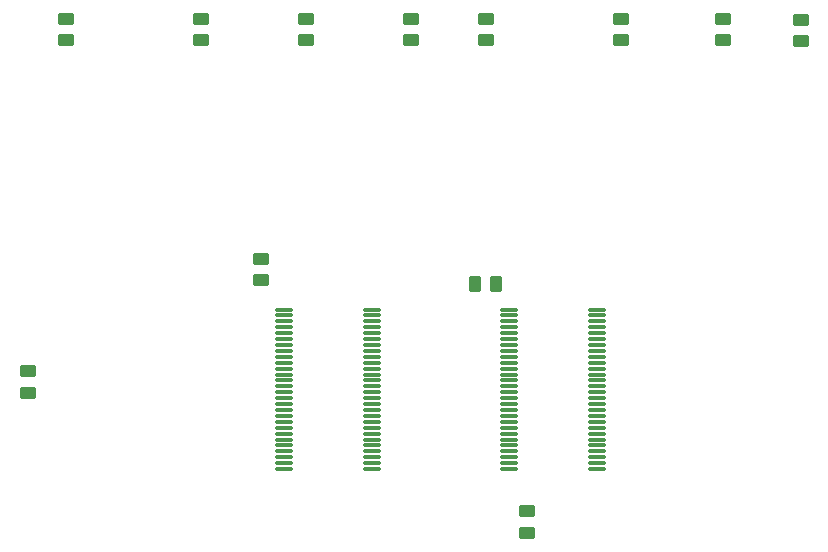
<source format=gbr>
%TF.GenerationSoftware,KiCad,Pcbnew,7.0.8*%
%TF.CreationDate,2023-10-15T21:25:11-07:00*%
%TF.ProjectId,DevkitHotswapPicoHub,4465766b-6974-4486-9f74-737761705069,rev?*%
%TF.SameCoordinates,Original*%
%TF.FileFunction,Paste,Top*%
%TF.FilePolarity,Positive*%
%FSLAX46Y46*%
G04 Gerber Fmt 4.6, Leading zero omitted, Abs format (unit mm)*
G04 Created by KiCad (PCBNEW 7.0.8) date 2023-10-15 21:25:11*
%MOMM*%
%LPD*%
G01*
G04 APERTURE LIST*
G04 Aperture macros list*
%AMRoundRect*
0 Rectangle with rounded corners*
0 $1 Rounding radius*
0 $2 $3 $4 $5 $6 $7 $8 $9 X,Y pos of 4 corners*
0 Add a 4 corners polygon primitive as box body*
4,1,4,$2,$3,$4,$5,$6,$7,$8,$9,$2,$3,0*
0 Add four circle primitives for the rounded corners*
1,1,$1+$1,$2,$3*
1,1,$1+$1,$4,$5*
1,1,$1+$1,$6,$7*
1,1,$1+$1,$8,$9*
0 Add four rect primitives between the rounded corners*
20,1,$1+$1,$2,$3,$4,$5,0*
20,1,$1+$1,$4,$5,$6,$7,0*
20,1,$1+$1,$6,$7,$8,$9,0*
20,1,$1+$1,$8,$9,$2,$3,0*%
G04 Aperture macros list end*
%ADD10RoundRect,0.075000X-0.662500X-0.075000X0.662500X-0.075000X0.662500X0.075000X-0.662500X0.075000X0*%
%ADD11RoundRect,0.250000X-0.450000X0.262500X-0.450000X-0.262500X0.450000X-0.262500X0.450000X0.262500X0*%
%ADD12RoundRect,0.075000X0.662500X0.075000X-0.662500X0.075000X-0.662500X-0.075000X0.662500X-0.075000X0*%
%ADD13RoundRect,0.250000X-0.262500X-0.450000X0.262500X-0.450000X0.262500X0.450000X-0.262500X0.450000X0*%
G04 APERTURE END LIST*
D10*
%TO.C,U501*%
X90072500Y-59925000D03*
X90072500Y-60425000D03*
X90072500Y-60925000D03*
X90072500Y-61425000D03*
X90072500Y-61925000D03*
X90072500Y-62425000D03*
X90072500Y-62925000D03*
X90072500Y-63425000D03*
X90072500Y-63925000D03*
X90072500Y-64425000D03*
X90072500Y-64925000D03*
X90072500Y-65425000D03*
X90072500Y-65925000D03*
X90072500Y-66425000D03*
X90072500Y-66925000D03*
X90072500Y-67425000D03*
X90072500Y-67925000D03*
X90072500Y-68425000D03*
X90072500Y-68925000D03*
X90072500Y-69425000D03*
X90072500Y-69925000D03*
X90072500Y-70425000D03*
X90072500Y-70925000D03*
X90072500Y-71425000D03*
X90072500Y-71925000D03*
X90072500Y-72425000D03*
X90072500Y-72925000D03*
X90072500Y-73425000D03*
X82647500Y-73425000D03*
X82647500Y-72925000D03*
X82647500Y-72425000D03*
X82647500Y-71925000D03*
X82647500Y-71425000D03*
X82647500Y-70925000D03*
X82647500Y-70425000D03*
X82647500Y-69925000D03*
X82647500Y-69425000D03*
X82647500Y-68925000D03*
X82647500Y-68425000D03*
X82647500Y-67925000D03*
X82647500Y-67425000D03*
X82647500Y-66925000D03*
X82647500Y-66425000D03*
X82647500Y-65925000D03*
X82647500Y-65425000D03*
X82647500Y-64925000D03*
X82647500Y-64425000D03*
X82647500Y-63925000D03*
X82647500Y-63425000D03*
X82647500Y-62925000D03*
X82647500Y-62425000D03*
X82647500Y-61925000D03*
X82647500Y-61425000D03*
X82647500Y-60925000D03*
X82647500Y-60425000D03*
X82647500Y-59925000D03*
%TD*%
D11*
%TO.C,R414*%
X107315000Y-35386000D03*
X107315000Y-37211000D03*
%TD*%
D12*
%TO.C,U500*%
X71022500Y-73425000D03*
X71022500Y-72925000D03*
X71022500Y-72425000D03*
X71022500Y-71925000D03*
X71022500Y-71425000D03*
X71022500Y-70925000D03*
X71022500Y-70425000D03*
X71022500Y-69925000D03*
X71022500Y-69425000D03*
X71022500Y-68925000D03*
X71022500Y-68425000D03*
X71022500Y-67925000D03*
X71022500Y-67425000D03*
X71022500Y-66925000D03*
X71022500Y-66425000D03*
X71022500Y-65925000D03*
X71022500Y-65425000D03*
X71022500Y-64925000D03*
X71022500Y-64425000D03*
X71022500Y-63925000D03*
X71022500Y-63425000D03*
X71022500Y-62925000D03*
X71022500Y-62425000D03*
X71022500Y-61925000D03*
X71022500Y-61425000D03*
X71022500Y-60925000D03*
X71022500Y-60425000D03*
X71022500Y-59925000D03*
X63597500Y-59925000D03*
X63597500Y-60425000D03*
X63597500Y-60925000D03*
X63597500Y-61425000D03*
X63597500Y-61925000D03*
X63597500Y-62425000D03*
X63597500Y-62925000D03*
X63597500Y-63425000D03*
X63597500Y-63925000D03*
X63597500Y-64425000D03*
X63597500Y-64925000D03*
X63597500Y-65425000D03*
X63597500Y-65925000D03*
X63597500Y-66425000D03*
X63597500Y-66925000D03*
X63597500Y-67425000D03*
X63597500Y-67925000D03*
X63597500Y-68425000D03*
X63597500Y-68925000D03*
X63597500Y-69425000D03*
X63597500Y-69925000D03*
X63597500Y-70425000D03*
X63597500Y-70925000D03*
X63597500Y-71425000D03*
X63597500Y-71925000D03*
X63597500Y-72425000D03*
X63597500Y-72925000D03*
X63597500Y-73425000D03*
%TD*%
D11*
%TO.C,R504*%
X61595000Y-57427500D03*
X61595000Y-55602500D03*
%TD*%
D13*
%TO.C,R503*%
X79732500Y-57785000D03*
X81557500Y-57785000D03*
%TD*%
D11*
%TO.C,R422*%
X100725000Y-37107500D03*
X100725000Y-35282500D03*
%TD*%
%TO.C,R421*%
X92075000Y-35282500D03*
X92075000Y-37107500D03*
%TD*%
%TO.C,R420*%
X80645000Y-37107500D03*
X80645000Y-35282500D03*
%TD*%
%TO.C,R419*%
X74295000Y-37107500D03*
X74295000Y-35282500D03*
%TD*%
%TO.C,R418*%
X65405000Y-37107500D03*
X65405000Y-35282500D03*
%TD*%
%TO.C,R417*%
X56515000Y-35282500D03*
X56515000Y-37107500D03*
%TD*%
%TO.C,R416*%
X45085000Y-37107500D03*
X45085000Y-35282500D03*
%TD*%
%TO.C,R301*%
X84137500Y-76997500D03*
X84137500Y-78822500D03*
%TD*%
%TO.C,R201*%
X41910000Y-66952500D03*
X41910000Y-65127500D03*
%TD*%
M02*

</source>
